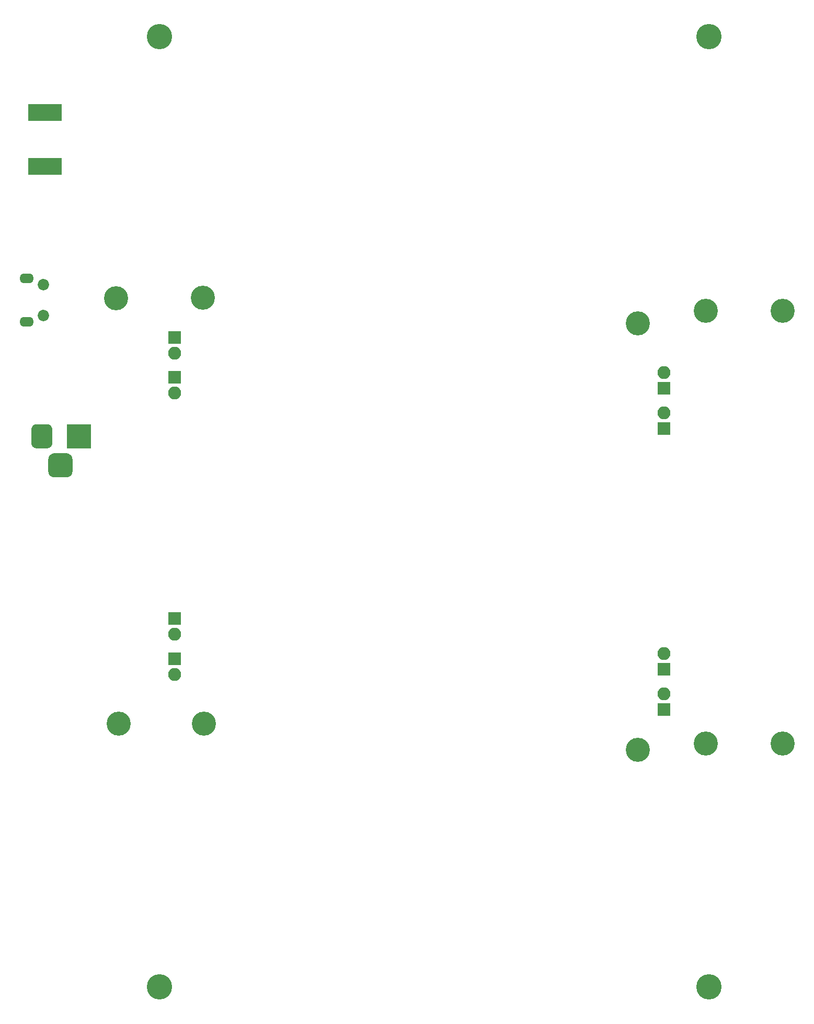
<source format=gbr>
G04 #@! TF.GenerationSoftware,KiCad,Pcbnew,(5.1.0)-1*
G04 #@! TF.CreationDate,2019-10-08T13:20:11+02:00*
G04 #@! TF.ProjectId,cosmicpi_1.7,636f736d-6963-4706-995f-312e372e6b69,rev?*
G04 #@! TF.SameCoordinates,Original*
G04 #@! TF.FileFunction,Soldermask,Bot*
G04 #@! TF.FilePolarity,Negative*
%FSLAX46Y46*%
G04 Gerber Fmt 4.6, Leading zero omitted, Abs format (unit mm)*
G04 Created by KiCad (PCBNEW (5.1.0)-1) date 2019-10-08 13:20:11*
%MOMM*%
%LPD*%
G04 APERTURE LIST*
%ADD10C,3.900000*%
%ADD11C,4.100000*%
%ADD12O,2.100000X2.100000*%
%ADD13R,2.100000X2.100000*%
%ADD14R,5.480000X2.820000*%
%ADD15C,0.100000*%
%ADD16C,3.400000*%
%ADD17R,3.900000X3.900000*%
%ADD18O,2.300000X1.600000*%
%ADD19C,1.850000*%
G04 APERTURE END LIST*
D10*
X32550000Y-75700000D03*
X32950000Y-144500000D03*
X46600000Y-75600000D03*
D11*
X128500000Y-187120000D03*
D10*
X128000000Y-77750000D03*
X140500000Y-77750000D03*
X128000000Y-147750000D03*
X140500000Y-147750000D03*
X46750000Y-144500000D03*
X117000000Y-79750000D03*
X117000000Y-148750000D03*
D11*
X128550000Y-33370000D03*
X39550000Y-187120000D03*
X39550000Y-33370000D03*
D12*
X121250000Y-94210000D03*
D13*
X121250000Y-96750000D03*
D12*
X121250000Y-139710000D03*
D13*
X121250000Y-142250000D03*
D12*
X121250000Y-133210000D03*
D13*
X121250000Y-135750000D03*
D12*
X121250000Y-87710000D03*
D13*
X121250000Y-90250000D03*
D12*
X42000000Y-84540000D03*
D13*
X42000000Y-82000000D03*
D12*
X42000000Y-91040000D03*
D13*
X42000000Y-88500000D03*
D12*
X42000000Y-136540000D03*
D13*
X42000000Y-134000000D03*
D12*
X42000000Y-130040000D03*
D13*
X42000000Y-127500000D03*
D14*
X21000000Y-54380000D03*
X21000000Y-45620000D03*
D15*
G36*
X24570567Y-100754695D02*
G01*
X24665213Y-100768734D01*
X24758028Y-100791983D01*
X24848116Y-100824217D01*
X24934612Y-100865127D01*
X25016681Y-100914317D01*
X25093533Y-100971315D01*
X25164429Y-101035571D01*
X25228685Y-101106467D01*
X25285683Y-101183319D01*
X25334873Y-101265388D01*
X25375783Y-101351884D01*
X25408017Y-101441972D01*
X25431266Y-101534787D01*
X25445305Y-101629433D01*
X25450000Y-101725000D01*
X25450000Y-103675000D01*
X25445305Y-103770567D01*
X25431266Y-103865213D01*
X25408017Y-103958028D01*
X25375783Y-104048116D01*
X25334873Y-104134612D01*
X25285683Y-104216681D01*
X25228685Y-104293533D01*
X25164429Y-104364429D01*
X25093533Y-104428685D01*
X25016681Y-104485683D01*
X24934612Y-104534873D01*
X24848116Y-104575783D01*
X24758028Y-104608017D01*
X24665213Y-104631266D01*
X24570567Y-104645305D01*
X24475000Y-104650000D01*
X22525000Y-104650000D01*
X22429433Y-104645305D01*
X22334787Y-104631266D01*
X22241972Y-104608017D01*
X22151884Y-104575783D01*
X22065388Y-104534873D01*
X21983319Y-104485683D01*
X21906467Y-104428685D01*
X21835571Y-104364429D01*
X21771315Y-104293533D01*
X21714317Y-104216681D01*
X21665127Y-104134612D01*
X21624217Y-104048116D01*
X21591983Y-103958028D01*
X21568734Y-103865213D01*
X21554695Y-103770567D01*
X21550000Y-103675000D01*
X21550000Y-101725000D01*
X21554695Y-101629433D01*
X21568734Y-101534787D01*
X21591983Y-101441972D01*
X21624217Y-101351884D01*
X21665127Y-101265388D01*
X21714317Y-101183319D01*
X21771315Y-101106467D01*
X21835571Y-101035571D01*
X21906467Y-100971315D01*
X21983319Y-100914317D01*
X22065388Y-100865127D01*
X22151884Y-100824217D01*
X22241972Y-100791983D01*
X22334787Y-100768734D01*
X22429433Y-100754695D01*
X22525000Y-100750000D01*
X24475000Y-100750000D01*
X24570567Y-100754695D01*
X24570567Y-100754695D01*
G37*
D10*
X23500000Y-102700000D03*
D15*
G36*
X21433315Y-96054093D02*
G01*
X21515827Y-96066333D01*
X21596742Y-96086601D01*
X21675281Y-96114702D01*
X21750687Y-96150367D01*
X21822235Y-96193251D01*
X21889234Y-96242941D01*
X21951041Y-96298959D01*
X22007059Y-96360766D01*
X22056749Y-96427765D01*
X22099633Y-96499313D01*
X22135298Y-96574719D01*
X22163399Y-96653258D01*
X22183667Y-96734173D01*
X22195907Y-96816685D01*
X22200000Y-96900000D01*
X22200000Y-99100000D01*
X22195907Y-99183315D01*
X22183667Y-99265827D01*
X22163399Y-99346742D01*
X22135298Y-99425281D01*
X22099633Y-99500687D01*
X22056749Y-99572235D01*
X22007059Y-99639234D01*
X21951041Y-99701041D01*
X21889234Y-99757059D01*
X21822235Y-99806749D01*
X21750687Y-99849633D01*
X21675281Y-99885298D01*
X21596742Y-99913399D01*
X21515827Y-99933667D01*
X21433315Y-99945907D01*
X21350000Y-99950000D01*
X19650000Y-99950000D01*
X19566685Y-99945907D01*
X19484173Y-99933667D01*
X19403258Y-99913399D01*
X19324719Y-99885298D01*
X19249313Y-99849633D01*
X19177765Y-99806749D01*
X19110766Y-99757059D01*
X19048959Y-99701041D01*
X18992941Y-99639234D01*
X18943251Y-99572235D01*
X18900367Y-99500687D01*
X18864702Y-99425281D01*
X18836601Y-99346742D01*
X18816333Y-99265827D01*
X18804093Y-99183315D01*
X18800000Y-99100000D01*
X18800000Y-96900000D01*
X18804093Y-96816685D01*
X18816333Y-96734173D01*
X18836601Y-96653258D01*
X18864702Y-96574719D01*
X18900367Y-96499313D01*
X18943251Y-96427765D01*
X18992941Y-96360766D01*
X19048959Y-96298959D01*
X19110766Y-96242941D01*
X19177765Y-96193251D01*
X19249313Y-96150367D01*
X19324719Y-96114702D01*
X19403258Y-96086601D01*
X19484173Y-96066333D01*
X19566685Y-96054093D01*
X19650000Y-96050000D01*
X21350000Y-96050000D01*
X21433315Y-96054093D01*
X21433315Y-96054093D01*
G37*
D16*
X20500000Y-98000000D03*
D17*
X26500000Y-98000000D03*
D18*
X18012500Y-79500000D03*
X18012500Y-72500000D03*
D19*
X20712500Y-78500000D03*
X20712500Y-73500000D03*
M02*

</source>
